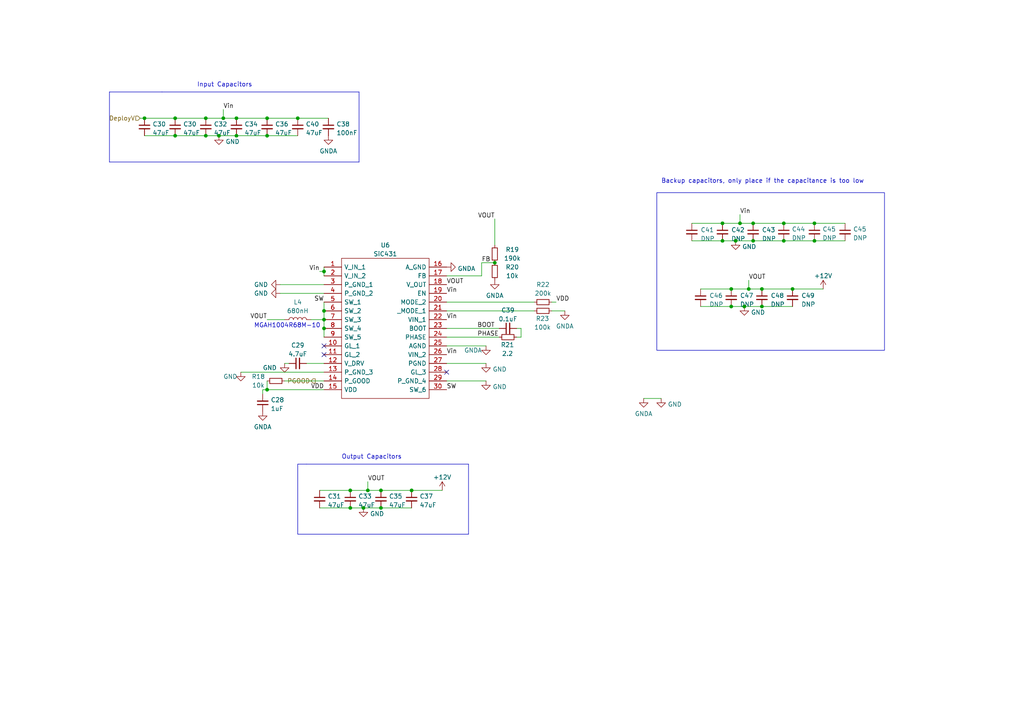
<source format=kicad_sch>
(kicad_sch (version 20230121) (generator eeschema)
  (paper "A4")
  (lib_symbols
    (symbol "Device:C_Small" (pin_numbers hide) (pin_names (offset 0.254) hide)
      (property "Reference" "C" (at 0.254 1.778 0))
      (property "Value" "C_Small" (at 0.254 -2.032 0))
      (symbol "C_Small_0_1"
        (polyline (pts (xy -1.524 -0.508) (xy 1.524 -0.508)) (stroke (width 0.3302)))
        (polyline (pts (xy -1.524 0.508) (xy 1.524 0.508)) (stroke (width 0.3048)))
      )
      (symbol "C_Small_1_1"
        (pin passive line (at 0 2.54 270) (length 2.032) (name "~") (number "1"))
        (pin passive line (at 0 -2.54 90) (length 2.032) (name "~") (number "2"))
      )
    )
    (symbol "Device:L" (pin_numbers hide) (pin_names (offset 1.016) hide)
      (property "Reference" "L" (at -1.27 0 90))
      (property "Value" "L" (at 1.905 0 90))
      (symbol "L_0_1"
        (arc (start 0 -2.54) (mid 0.6323 -1.905) (end 0 -1.27))
        (arc (start 0 -1.27) (mid 0.6323 -0.635) (end 0 0))
        (arc (start 0 0) (mid 0.6323 0.635) (end 0 1.27))
        (arc (start 0 1.27) (mid 0.6323 1.905) (end 0 2.54))
      )
      (symbol "L_1_1"
        (pin passive line (at 0 3.81 270) (length 1.27) (name "1") (number "1"))
        (pin passive line (at 0 -3.81 90) (length 1.27) (name "2") (number "2"))
      )
    )
    (symbol "Device:R_Small" (pin_numbers hide) (pin_names (offset 0.254) hide)
      (property "Reference" "R" (at 0.762 0.508 0))
      (property "Value" "R_Small" (at 0.762 -1.016 0))
      (symbol "R_Small_0_1"
        (rectangle (start -0.762 1.778) (end 0.762 -1.778) (stroke (width 0.2032)))
      )
      (symbol "R_Small_1_1"
        (pin passive line (at 0 2.54 270) (length 0.762) (name "~") (number "1"))
        (pin passive line (at 0 -2.54 90) (length 0.762) (name "~") (number "2"))
      )
    )
    (symbol "iclr:SiC437BED-T1-GE3" (pin_names (offset 0.762))
      (property "Reference" "IC" (at 31.75 7.62 0))
      (property "Value" "SiC437BED-T1-GE3" (at 31.75 5.08 0))
      (symbol "SiC437BED-T1-GE3_0_0"
        (pin passive line (at 0 0 0) (length 5.08) (name "V_IN_1") (number "1"))
        (pin passive line (at 0 -22.86 0) (length 5.08) (name "GL_1") (number "10"))
        (pin passive line (at 0 -25.4 0) (length 5.08) (name "GL_2") (number "11"))
        (pin passive line (at 0 -27.94 0) (length 5.08) (name "V_DRV") (number "12"))
        (pin passive line (at 0 -30.48 0) (length 5.08) (name "P_GND_3") (number "13"))
        (pin passive line (at 0 -33.02 0) (length 5.08) (name "P_GOOD") (number "14"))
        (pin passive line (at 0 -35.56 0) (length 5.08) (name "VDD") (number "15"))
        (pin passive line (at 35.56 0 180) (length 5.08) (name "A_GND") (number "16"))
        (pin passive line (at 35.56 -2.54 180) (length 5.08) (name "FB") (number "17"))
        (pin passive line (at 35.56 -5.08 180) (length 5.08) (name "V_OUT") (number "18"))
        (pin passive line (at 35.56 -7.62 180) (length 5.08) (name "EN") (number "19"))
        (pin passive line (at 0 -2.54 0) (length 5.08) (name "V_IN_2") (number "2"))
        (pin passive line (at 35.56 -10.16 180) (length 5.08) (name "MODE_2") (number "20"))
        (pin passive line (at 35.56 -12.7 180) (length 5.08) (name "_MODE_1") (number "21"))
        (pin passive line (at 35.56 -15.24 180) (length 5.08) (name "VIN_1") (number "22"))
        (pin passive line (at 35.56 -17.78 180) (length 5.08) (name "BOOT") (number "23"))
        (pin passive line (at 35.56 -20.32 180) (length 5.08) (name "PHASE") (number "24"))
        (pin passive line (at 35.56 -22.86 180) (length 5.08) (name "AGND") (number "25"))
        (pin passive line (at 35.56 -25.4 180) (length 5.08) (name "VIN_2") (number "26"))
        (pin passive line (at 35.56 -27.94 180) (length 5.08) (name "PGND") (number "27"))
        (pin passive line (at 35.56 -30.48 180) (length 5.08) (name "GL_3") (number "28"))
        (pin passive line (at 35.56 -33.02 180) (length 5.08) (name "P_GND_4") (number "29"))
        (pin passive line (at 0 -5.08 0) (length 5.08) (name "P_GND_1") (number "3"))
        (pin passive line (at 35.56 -35.56 180) (length 5.08) (name "SW_6") (number "30"))
        (pin passive line (at 0 -7.62 0) (length 5.08) (name "P_GND_2") (number "4"))
        (pin passive line (at 0 -10.16 0) (length 5.08) (name "SW_1") (number "5"))
        (pin passive line (at 0 -12.7 0) (length 5.08) (name "SW_2") (number "6"))
        (pin passive line (at 0 -15.24 0) (length 5.08) (name "SW_3") (number "7"))
        (pin passive line (at 0 -17.78 0) (length 5.08) (name "SW_4") (number "8"))
        (pin passive line (at 0 -20.32 0) (length 5.08) (name "SW_5") (number "9"))
      )
      (symbol "SiC437BED-T1-GE3_0_1"
        (polyline (pts (xy 5.08 2.54) (xy 30.48 2.54) (xy 30.48 -38.1) (xy 5.08 -38.1) (xy 5.08 2.54)) (stroke (width 0.1524)))
      )
    )
    (symbol "power:+12V" (power) (pin_names (offset 0))
      (property "Value" "+12V" (at 0 3.556 0))
      (symbol "+12V_0_1"
        (polyline (pts (xy -0.762 1.27) (xy 0 2.54)))
        (polyline (pts (xy 0 0) (xy 0 2.54)))
        (polyline (pts (xy 0 2.54) (xy 0.762 1.27)))
      )
      (symbol "+12V_1_1"
        (pin power_in line (at 0 0 90) (length 0) hide (name "+12V") (number "1"))
      )
    )
    (symbol "power:GND" (power) (pin_names (offset 0))
      (property "Value" "GND" (at 0 -3.81 0))
      (symbol "GND_0_1"
        (polyline (pts (xy 0 0) (xy 0 -1.27) (xy 1.27 -1.27) (xy 0 -2.54) (xy -1.27 -1.27) (xy 0 -1.27)))
      )
      (symbol "GND_1_1"
        (pin power_in line (at 0 0 270) (length 0) hide (name "GND") (number "1"))
      )
    )
    (symbol "power:GNDA" (power) (pin_names (offset 0))
      (property "Value" "GNDA" (at 0 -3.81 0))
      (symbol "GNDA_0_1"
        (polyline (pts (xy 0 0) (xy 0 -1.27) (xy 1.27 -1.27) (xy 0 -2.54) (xy -1.27 -1.27) (xy 0 -1.27)))
      )
      (symbol "GNDA_1_1"
        (pin power_in line (at 0 0 270) (length 0) hide (name "GNDA") (number "1"))
      )
    )
  )
  (junction (at 229.87 83.82))
  (junction (at 218.44 64.77))
  (junction (at 77.47 34.29))
  (junction (at 41.91 34.29))
  (junction (at 50.8 39.37))
  (junction (at 93.98 95.25))
  (junction (at 227.33 69.85))
  (junction (at 212.09 88.9))
  (junction (at 64.77 34.29))
  (junction (at 50.8 34.29))
  (junction (at 77.47 113.03))
  (junction (at 68.58 34.29))
  (junction (at 93.98 90.17))
  (junction (at 93.98 78.74))
  (junction (at 218.44 69.85))
  (junction (at 217.17 83.82))
  (junction (at 110.49 142.24))
  (junction (at 59.69 39.37))
  (junction (at 212.09 83.82))
  (junction (at 214.63 64.77))
  (junction (at 105.41 147.32))
  (junction (at 110.49 147.32))
  (junction (at 63.5 39.37))
  (junction (at 213.36 69.85))
  (junction (at 227.33 64.77))
  (junction (at 101.6 142.24))
  (junction (at 215.9 88.9))
  (junction (at 106.68 142.24))
  (junction (at 93.98 92.71))
  (junction (at 59.69 34.29))
  (junction (at 119.38 142.24))
  (junction (at 236.22 69.85))
  (junction (at 68.58 39.37))
  (junction (at 236.22 64.77))
  (junction (at 220.98 88.9))
  (junction (at 220.98 83.82))
  (junction (at 143.51 76.2))
  (junction (at 86.36 34.29))
  (junction (at 209.55 64.77))
  (junction (at 77.47 39.37))
  (junction (at 101.6 147.32))
  (junction (at 209.55 69.85))
  (no_connect (at 93.98 102.87))
  (no_connect (at 93.98 100.33))
  (no_connect (at 129.54 107.95))
  (wire (pts (xy 151.13 97.79) (xy 149.86 97.79)))
  (polyline (pts (xy 135.89 134.62) (xy 135.89 154.94)))
  (wire (pts (xy 63.5 39.37) (xy 68.58 39.37)))
  (wire (pts (xy 154.94 87.63) (xy 129.54 87.63)))
  (wire (pts (xy 93.98 78.74) (xy 93.98 80.01)))
  (wire (pts (xy 88.9 105.41) (xy 93.98 105.41)))
  (wire (pts (xy 227.33 69.85) (xy 236.22 69.85)))
  (wire (pts (xy 82.55 105.41) (xy 83.82 105.41)))
  (wire (pts (xy 236.22 69.85) (xy 245.11 69.85)))
  (wire (pts (xy 93.98 87.63) (xy 93.98 90.17)))
  (polyline (pts (xy 86.36 134.62) (xy 88.9 134.62)))
  (wire (pts (xy 218.44 64.77) (xy 227.33 64.77)))
  (wire (pts (xy 101.6 142.24) (xy 106.68 142.24)))
  (wire (pts (xy 92.71 78.74) (xy 93.98 78.74)))
  (wire (pts (xy 77.47 39.37) (xy 86.36 39.37)))
  (wire (pts (xy 106.68 139.7) (xy 106.68 142.24)))
  (polyline (pts (xy 104.14 46.99) (xy 31.75 46.99)))
  (wire (pts (xy 217.17 81.28) (xy 217.17 83.82)))
  (polyline (pts (xy 86.36 154.94) (xy 86.36 134.62)))
  (wire (pts (xy 203.2 83.82) (xy 212.09 83.82)))
  (wire (pts (xy 129.54 97.79) (xy 144.78 97.79)))
  (wire (pts (xy 76.2 113.03) (xy 76.2 114.3)))
  (wire (pts (xy 236.22 64.77) (xy 245.11 64.77)))
  (wire (pts (xy 151.13 95.25) (xy 149.86 95.25)))
  (wire (pts (xy 140.97 105.41) (xy 129.54 105.41)))
  (wire (pts (xy 160.02 90.17) (xy 163.83 90.17)))
  (wire (pts (xy 214.63 62.23) (xy 214.63 64.77)))
  (wire (pts (xy 86.36 34.29) (xy 95.25 34.29)))
  (wire (pts (xy 41.91 39.37) (xy 50.8 39.37)))
  (wire (pts (xy 200.66 69.85) (xy 209.55 69.85)))
  (wire (pts (xy 143.51 63.5) (xy 143.51 71.12)))
  (wire (pts (xy 154.94 90.17) (xy 129.54 90.17)))
  (wire (pts (xy 77.47 92.71) (xy 82.55 92.71)))
  (polyline (pts (xy 31.75 26.67) (xy 46.99 26.67)))
  (wire (pts (xy 212.09 88.9) (xy 215.9 88.9)))
  (wire (pts (xy 129.54 80.01) (xy 139.7 80.01)))
  (wire (pts (xy 101.6 147.32) (xy 105.41 147.32)))
  (wire (pts (xy 227.33 64.77) (xy 236.22 64.77)))
  (wire (pts (xy 41.91 34.29) (xy 50.8 34.29)))
  (wire (pts (xy 186.69 115.57) (xy 191.77 115.57)))
  (polyline (pts (xy 88.9 134.62) (xy 135.89 134.62)))
  (wire (pts (xy 139.7 76.2) (xy 139.7 80.01)))
  (wire (pts (xy 215.9 88.9) (xy 220.98 88.9)))
  (polyline (pts (xy 104.14 26.67) (xy 104.14 46.99)))
  (wire (pts (xy 105.41 147.32) (xy 110.49 147.32)))
  (wire (pts (xy 93.98 95.25) (xy 93.98 97.79)))
  (wire (pts (xy 214.63 64.77) (xy 218.44 64.77)))
  (wire (pts (xy 93.98 90.17) (xy 93.98 92.71)))
  (wire (pts (xy 139.7 76.2) (xy 143.51 76.2)))
  (wire (pts (xy 217.17 83.82) (xy 220.98 83.82)))
  (wire (pts (xy 218.44 69.85) (xy 227.33 69.85)))
  (wire (pts (xy 203.2 88.9) (xy 212.09 88.9)))
  (wire (pts (xy 77.47 34.29) (xy 86.36 34.29)))
  (wire (pts (xy 110.49 142.24) (xy 119.38 142.24)))
  (wire (pts (xy 220.98 88.9) (xy 229.87 88.9)))
  (wire (pts (xy 64.77 34.29) (xy 68.58 34.29)))
  (wire (pts (xy 93.98 92.71) (xy 93.98 95.25)))
  (wire (pts (xy 90.17 92.71) (xy 93.98 92.71)))
  (wire (pts (xy 50.8 34.29) (xy 59.69 34.29)))
  (polyline (pts (xy 31.75 46.99) (xy 31.75 26.67)))
  (wire (pts (xy 68.58 34.29) (xy 77.47 34.29)))
  (wire (pts (xy 69.85 107.95) (xy 93.98 107.95)))
  (polyline (pts (xy 46.99 26.67) (xy 104.14 26.67)))
  (wire (pts (xy 229.87 83.82) (xy 238.76 83.82)))
  (wire (pts (xy 106.68 142.24) (xy 110.49 142.24)))
  (wire (pts (xy 140.97 110.49) (xy 129.54 110.49)))
  (wire (pts (xy 81.28 82.55) (xy 93.98 82.55)))
  (wire (pts (xy 92.71 142.24) (xy 101.6 142.24)))
  (wire (pts (xy 220.98 83.82) (xy 229.87 83.82)))
  (wire (pts (xy 93.98 77.47) (xy 93.98 78.74)))
  (wire (pts (xy 110.49 147.32) (xy 119.38 147.32)))
  (polyline (pts (xy 135.89 154.94) (xy 86.36 154.94)))
  (wire (pts (xy 160.02 87.63) (xy 161.29 87.63)))
  (wire (pts (xy 77.47 113.03) (xy 93.98 113.03)))
  (wire (pts (xy 92.71 147.32) (xy 101.6 147.32)))
  (wire (pts (xy 59.69 39.37) (xy 63.5 39.37)))
  (wire (pts (xy 129.54 95.25) (xy 144.78 95.25)))
  (wire (pts (xy 151.13 95.25) (xy 151.13 97.79)))
  (wire (pts (xy 209.55 69.85) (xy 213.36 69.85)))
  (wire (pts (xy 64.77 31.75) (xy 64.77 34.29)))
  (wire (pts (xy 77.47 113.03) (xy 76.2 113.03)))
  (wire (pts (xy 68.58 39.37) (xy 77.47 39.37)))
  (wire (pts (xy 59.69 34.29) (xy 64.77 34.29)))
  (wire (pts (xy 119.38 142.24) (xy 128.27 142.24)))
  (wire (pts (xy 50.8 39.37) (xy 59.69 39.37)))
  (wire (pts (xy 213.36 69.85) (xy 218.44 69.85)))
  (wire (pts (xy 140.97 100.33) (xy 129.54 100.33)))
  (wire (pts (xy 81.28 85.09) (xy 93.98 85.09)))
  (wire (pts (xy 212.09 83.82) (xy 217.17 83.82)))
  (wire (pts (xy 77.47 110.49) (xy 77.47 113.03)))
  (wire (pts (xy 40.64 34.29) (xy 41.91 34.29)))
  (wire (pts (xy 209.55 64.77) (xy 214.63 64.77)))
  (wire (pts (xy 200.66 64.77) (xy 209.55 64.77)))
  (wire (pts (xy 82.55 110.49) (xy 93.98 110.49)))
  (rectangle (start 190.5 55.88) (end 256.54 101.6))
  (text "Input Capacitors\n" (at 57.15 25.4 0) (effects (font (size 1.27 1.27)) (justify left bottom)))
  (text "MGAH1004R68M-10" (at 73.66 95.25 0) (effects (font (size 1.27 1.27)) (justify left bottom)))
  (text "Output Capacitors\n" (at 99.06 133.35 0) (effects (font (size 1.27 1.27)) (justify left bottom)))
  (text "Backup capacitors, only place if the capacitance is too low\n" (at 191.77 53.34 0) (effects (font (size 1.27 1.27)) (justify left bottom)))
  (label "Vin" (at 64.77 31.75 0))
  (label "VDD" (at 93.98 113.03 180))
  (label "BOOT" (at 143.51 95.25 180))
  (label "FB" (at 139.7 76.2 0))
  (label "Vin" (at 92.71 78.74 180))
  (label "SW" (at 93.98 87.63 180))
  (label "Vin" (at 129.54 85.09 0))
  (label "Vin" (at 129.54 102.87 0))
  (label "SW" (at 129.54 113.03 0))
  (label "VDD" (at 161.29 87.63 0))
  (label "PHASE" (at 138.43 97.79 0))
  (label "VOUT" (at 77.47 92.71 180))
  (label "VOUT" (at 143.51 63.5 180))
  (label "Vin" (at 214.63 62.23 0))
  (label "Vin" (at 129.54 92.71 0))
  (label "VOUT" (at 129.54 82.55 0))
  (label "VOUT" (at 106.68 139.7 0))
  (label "VOUT" (at 217.17 81.28 0))
  (hierarchical_label "DeployV" (shape input) (at 40.64 34.29 180))
  (hierarchical_label "PGOOD" (shape output) (at 91.44 110.49 180))
  (symbol (lib_id "Device:C_Small") (at 95.25 36.83 0) (unit 1)
    (property "Reference" "C38" (at 97.5741 36.0016 0) (effects (justify left)))
    (property "Value" "100nF" (at 97.5741 38.5385 0) (effects (justify left)))
    (property "Footprint" "Capacitor_SMD:C_0402_1005Metric" (effects hide))
    (instances (project "buckC" (path "" (reference "C38") (unit 1))) (project "flintandsteel" (path "" (reference "C37") (unit 1))))
  )
  (symbol (lib_id "Device:C_Small") (at 203.2 86.36 0) (unit 1)
    (property "Reference" "C46" (at 205.74 85.7313 0) (effects (justify left)))
    (property "Value" "DNP" (at 205.74 88.2713 0) (effects (justify left)))
    (property "Footprint" "Capacitor_SMD:C_1206_3216Metric" (effects hide))
    (instances (project "buckC" (path "" (reference "C46") (unit 1))) (project "flintandsteel" (path "" (reference "C43") (unit 1))))
  )
  (symbol (lib_id "power:GND") (at 140.97 105.41 0) (unit 1)
    (property "Reference" "#PWR069" (effects hide))
    (property "Value" "GND" (at 142.875 107.1138 0) (effects (justify left)))
    (instances (project "buckC" (path "" (reference "#PWR069") (unit 1))) (project "flintandsteel" (path "" (reference "#PWR077") (unit 1))))
  )
  (symbol (lib_id "Device:C_Small") (at 212.09 86.36 0) (unit 1)
    (property "Reference" "C47" (at 214.63 85.7313 0) (effects (justify left)))
    (property "Value" "DNP" (at 214.63 88.2713 0) (effects (justify left)))
    (property "Footprint" "Capacitor_SMD:C_1206_3216Metric" (effects hide))
    (instances (project "buckC" (path "" (reference "C47") (unit 1))) (project "flintandsteel" (path "" (reference "C45") (unit 1))))
  )
  (symbol (lib_id "power:GND") (at 215.9 88.9 0) (unit 1)
    (property "Reference" "#PWR077" (effects hide))
    (property "Value" "GND" (at 217.805 90.6038 0) (effects (justify left)))
    (instances (project "buckC" (path "" (reference "#PWR077") (unit 1))) (project "flintandsteel" (path "" (reference "#PWR085") (unit 1))))
  )
  (symbol (lib_id "power:GNDA") (at 95.25 39.37 0) (unit 1)
    (property "Reference" "#PWR065" (effects hide))
    (property "Value" "GNDA" (at 95.25 43.8134 0))
    (instances (project "buckC" (path "" (reference "#PWR065") (unit 1))) (project "flintandsteel" (path "" (reference "#PWR072") (unit 1))))
  )
  (symbol (lib_id "Device:C_Small") (at 229.87 86.36 0) (unit 1)
    (property "Reference" "C49" (at 232.41 85.7313 0) (effects (justify left)))
    (property "Value" "DNP" (at 232.41 88.2713 0) (effects (justify left)))
    (property "Footprint" "Capacitor_SMD:C_1206_3216Metric" (effects hide))
  )
  (symbol (lib_id "power:GND") (at 81.28 85.09 270) (unit 1)
    (property "Reference" "#PWR060" (effects hide))
    (property "Value" "GND" (at 73.66 85.09 90) (effects (justify left)))
    (instances (project "buckC" (path "" (reference "#PWR060") (unit 1))) (project "flintandsteel" (path "" (reference "#PWR070") (unit 1))))
  )
  (symbol (lib_id "power:GND") (at 81.28 82.55 270) (unit 1)
    (property "Reference" "#PWR059" (effects hide))
    (property "Value" "GND" (at 73.66 82.55 90) (effects (justify left)))
    (instances (project "buckC" (path "" (reference "#PWR059") (unit 1))) (project "flintandsteel" (path "" (reference "#PWR069") (unit 1))))
  )
  (symbol (lib_id "Device:C_Small") (at 147.32 95.25 90) (unit 1)
    (property "Reference" "C39" (at 147.3263 89.9881 90))
    (property "Value" "0.1uF" (at 147.3263 92.525 90))
    (property "Footprint" "Capacitor_SMD:C_0402_1005Metric" (effects hide))
    (instances (project "buckC" (path "" (reference "C39") (unit 1))) (project "flintandsteel" (path "" (reference "C41") (unit 1))))
  )
  (symbol (lib_id "Device:C_Small") (at 220.98 86.36 0) (unit 1)
    (property "Reference" "C48" (at 223.52 85.7313 0) (effects (justify left)))
    (property "Value" "DNP" (at 223.52 88.2713 0) (effects (justify left)))
    (property "Footprint" "Capacitor_SMD:C_1206_3216Metric" (effects hide))
    (instances (project "buckC" (path "" (reference "C48") (unit 1))) (project "flintandsteel" (path "" (reference "C47") (unit 1))))
  )
  (symbol (lib_id "Device:C_Small") (at 50.8 36.83 0) (unit 1)
    (property "Reference" "C30" (at 53.1241 36.0016 0) (effects (justify left)))
    (property "Value" "47uF" (at 53.1241 38.5385 0) (effects (justify left)))
    (property "Footprint" "Capacitor_SMD:C_1206_3216Metric" (effects hide))
    (instances (project "buckC" (path "" (reference "C30") (unit 1))) (project "flintandsteel" (path "" (reference "C29") (unit 1))))
  )
  (symbol (lib_id "Device:C_Small") (at 68.58 36.83 0) (unit 1)
    (property "Reference" "C34" (at 70.9041 36.0016 0) (effects (justify left)))
    (property "Value" "47uF" (at 70.9041 38.5385 0) (effects (justify left)))
    (property "Footprint" "Capacitor_SMD:C_1206_3216Metric" (effects hide))
    (instances (project "buckC" (path "" (reference "C34") (unit 1))) (project "flintandsteel" (path "" (reference "C31") (unit 1))))
  )
  (symbol (lib_id "power:GND") (at 191.77 115.57 0) (unit 1)
    (property "Reference" "#PWR073" (effects hide))
    (property "Value" "GND" (at 193.675 117.2738 0) (effects (justify left)))
    (instances (project "buckC" (path "" (reference "#PWR073") (unit 1))) (project "flintandsteel" (path "" (reference "#PWR082") (unit 1))))
  )
  (symbol (lib_id "Device:C_Small") (at 101.6 144.78 0) (unit 1)
    (property "Reference" "C33" (at 103.9241 143.9516 0) (effects (justify left)))
    (property "Value" "47uF" (at 103.9241 146.4885 0) (effects (justify left)))
    (property "Footprint" "Capacitor_SMD:C_1206_3216Metric" (effects hide))
    (instances (project "buckC" (path "" (reference "C33") (unit 1))) (project "flintandsteel" (path "" (reference "C38") (unit 1))))
  )
  (symbol (lib_id "Device:C_Small") (at 209.55 67.31 0) (unit 1)
    (property "Reference" "C42" (at 212.09 66.6813 0) (effects (justify left)))
    (property "Value" "DNP" (at 212.09 69.2213 0) (effects (justify left)))
    (property "Footprint" "Capacitor_SMD:C_1206_3216Metric" (effects hide))
    (instances (project "buckC" (path "" (reference "C42") (unit 1))) (project "flintandsteel" (path "" (reference "C44") (unit 1))))
  )
  (symbol (lib_id "Device:C_Small") (at 92.71 144.78 0) (unit 1)
    (property "Reference" "C31" (at 95.0341 143.9516 0) (effects (justify left)))
    (property "Value" "47uF" (at 95.0341 146.4885 0) (effects (justify left)))
    (property "Footprint" "Capacitor_SMD:C_1206_3216Metric" (effects hide))
    (instances (project "buckC" (path "" (reference "C31") (unit 1))) (project "flintandsteel" (path "" (reference "C36") (unit 1))))
  )
  (symbol (lib_id "power:GND") (at 105.41 147.32 0) (unit 1)
    (property "Reference" "#PWR064" (effects hide))
    (property "Value" "GND" (at 107.315 149.0238 0) (effects (justify left)))
    (instances (project "buckC" (path "" (reference "#PWR064") (unit 1))) (project "flintandsteel" (path "" (reference "#PWR073") (unit 1))))
  )
  (symbol (lib_id "Device:C_Small") (at 41.91 36.83 0) (unit 1)
    (property "Reference" "C30" (at 44.2341 36.0016 0) (effects (justify left)))
    (property "Value" "47uF" (at 44.2341 38.5385 0) (effects (justify left)))
    (property "Footprint" "Capacitor_SMD:C_1206_3216Metric" (effects hide))
    (instances (project "buckC" (path "" (reference "C30") (unit 1))) (project "flintandsteel" (path "" (reference "C28") (unit 1))))
  )
  (symbol (lib_id "Device:R_Small") (at 157.48 90.17 90) (unit 1)
    (property "Reference" "R23" (at 157.3545 92.402 90))
    (property "Value" "100k" (at 157.3545 94.9389 90))
    (property "Footprint" "Capacitor_SMD:C_0402_1005Metric" (effects hide))
    (instances (project "buckC" (path "" (reference "R23") (unit 1))) (project "flintandsteel" (path "" (reference "R35") (unit 1))))
  )
  (symbol (lib_id "power:GNDA") (at 163.83 90.17 0) (unit 1)
    (property "Reference" "#PWR080" (effects hide))
    (property "Value" "GNDA" (at 163.83 94.6134 0))
  )
  (symbol (lib_id "power:GNDA") (at 76.2 119.38 0) (unit 1)
    (property "Reference" "#PWR058" (effects hide))
    (property "Value" "GNDA" (at 76.2 123.8234 0))
    (instances (project "buckC" (path "" (reference "#PWR058") (unit 1))) (project "flintandsteel" (path "" (reference "#PWR068") (unit 1))))
  )
  (symbol (lib_id "Device:R_Small") (at 143.51 73.66 180) (unit 1)
    (property "Reference" "R19" (at 148.59 72.39 0))
    (property "Value" "190k" (at 148.59 74.9269 0))
    (property "Footprint" "Capacitor_SMD:C_0402_1005Metric" (effects hide))
    (instances (project "buckC" (path "" (reference "R19") (unit 1))) (project "flintandsteel" (path "" (reference "R31") (unit 1))))
  )
  (symbol (lib_id "Device:C_Small") (at 200.66 67.31 0) (unit 1)
    (property "Reference" "C41" (at 203.2 66.6813 0) (effects (justify left)))
    (property "Value" "DNP" (at 203.2 69.2213 0) (effects (justify left)))
    (property "Footprint" "Capacitor_SMD:C_1206_3216Metric" (effects hide))
    (instances (project "buckC" (path "" (reference "C41") (unit 1))) (project "flintandsteel" (path "" (reference "C42") (unit 1))))
  )
  (symbol (lib_id "Device:C_Small") (at 76.2 116.84 180) (unit 1)
    (property "Reference" "C28" (at 78.5241 115.9989 0) (effects (justify right)))
    (property "Value" "1uF" (at 78.5241 118.5358 0) (effects (justify right)))
    (property "Footprint" "Capacitor_SMD:C_0402_1005Metric" (effects hide))
    (instances (project "buckC" (path "" (reference "C28") (unit 1))) (project "flintandsteel" (path "" (reference "C32") (unit 1))))
  )
  (symbol (lib_id "power:GNDA") (at 140.97 100.33 0) (unit 1)
    (property "Reference" "#PWR068" (effects hide))
    (property "Value" "GNDA" (at 134.62 101.6 0) (effects (justify left)))
    (instances (project "buckC" (path "" (reference "#PWR068") (unit 1))) (project "flintandsteel" (path "" (reference "#PWR076") (unit 1))))
  )
  (symbol (lib_id "Device:R_Small") (at 147.32 97.79 90) (unit 1)
    (property "Reference" "R21" (at 147.1945 100.022 90))
    (property "Value" "2.2" (at 147.1945 102.5589 90))
    (property "Footprint" "Capacitor_SMD:C_0603_1608Metric" (effects hide))
    (instances (project "buckC" (path "" (reference "R21") (unit 1))) (project "flintandsteel" (path "" (reference "R33") (unit 1))))
  )
  (symbol (lib_id "iclr:SiC437BED-T1-GE3") (at 93.98 77.47 0) (unit 1)
    (property "Reference" "U6" (at 111.76 71.12 0))
    (property "Value" "SiC431" (at 111.76 73.66 0))
    (property "Footprint" "iclr:SiC437BEDT1GE3" (effects hide))
    (property "Datasheet" "https://componentsearchengine.com/Datasheets/1/SiC437BED-T1-GE3.pdf" (effects hide))
    (property "Description" "Switching Voltage Regulators 3-28V 12A 50uA microBUCK MLP44-24" (effects hide))
    (property "Height" "0.8" (effects hide))
    (property "Manufacturer_Name" "Vishay" (effects hide))
    (property "Manufacturer_Part_Number" "SiC437BED-T1-GE3" (effects hide))
    (property "Mouser Part Number" "78-SIC437BED-T1-GE3" (effects hide))
    (property "Mouser Price/Stock" "https://www.mouser.co.uk/ProductDetail/Vishay-Siliconix/SiC437BED-T1-GE3?qs=chTDxNqvsyntp1SKlnHzGA%3D%3D" (effects hide))
    (property "Arrow Part Number" "SIC437BED-T1-GE3" (effects hide))
    (property "Arrow Price/Stock" "https://www.arrow.com/en/products/sic437bed-t1-ge3/vishay" (effects hide))
    (instances (project "buckC" (path "" (reference "U6") (unit 1))) (project "flintandsteel" (path "" (reference "U7") (unit 1))))
  )
  (symbol (lib_id "power:GNDA") (at 186.69 115.57 0) (unit 1)
    (property "Reference" "#PWR072" (effects hide))
    (property "Value" "GNDA" (at 186.69 120.0134 0))
    (instances (project "buckC" (path "" (reference "#PWR072") (unit 1))) (project "flintandsteel" (path "" (reference "#PWR081") (unit 1))))
  )
  (symbol (lib_id "Device:R_Small") (at 157.48 87.63 90) (unit 1)
    (property "Reference" "R22" (at 157.48 82.55 90))
    (property "Value" "200k" (at 157.48 85.0869 90))
    (property "Footprint" "Capacitor_SMD:C_0402_1005Metric" (effects hide))
    (instances (project "buckC" (path "" (reference "R22") (unit 1))) (project "flintandsteel" (path "" (reference "R34") (unit 1))))
  )
  (symbol (lib_id "Device:C_Small") (at 86.36 105.41 90) (unit 1)
    (property "Reference" "C29" (at 86.3663 100.1481 90))
    (property "Value" "4.7uF" (at 86.3663 102.685 90))
    (property "Footprint" "Capacitor_SMD:C_0402_1005Metric" (effects hide))
    (instances (project "buckC" (path "" (reference "C29") (unit 1))) (project "flintandsteel" (path "" (reference "C35") (unit 1))))
  )
  (symbol (lib_id "Device:C_Small") (at 77.47 36.83 0) (unit 1)
    (property "Reference" "C36" (at 79.7941 36.0016 0) (effects (justify left)))
    (property "Value" "47uF" (at 79.7941 38.5385 0) (effects (justify left)))
    (property "Footprint" "Capacitor_SMD:C_1206_3216Metric" (effects hide))
    (instances (project "buckC" (path "" (reference "C36") (unit 1))) (project "flintandsteel" (path "" (reference "C33") (unit 1))))
  )
  (symbol (lib_id "Device:R_Small") (at 143.51 78.74 180) (unit 1)
    (property "Reference" "R20" (at 148.59 77.4731 0))
    (property "Value" "10k" (at 148.59 80.01 0))
    (property "Footprint" "Capacitor_SMD:C_0402_1005Metric" (effects hide))
    (instances (project "buckC" (path "" (reference "R20") (unit 1))) (project "flintandsteel" (path "" (reference "R32") (unit 1))))
  )
  (symbol (lib_id "Device:C_Small") (at 119.38 144.78 0) (unit 1)
    (property "Reference" "C37" (at 121.7041 143.9516 0) (effects (justify left)))
    (property "Value" "47uF" (at 121.7041 146.4885 0) (effects (justify left)))
    (property "Footprint" "Capacitor_SMD:C_1206_3216Metric" (effects hide))
    (instances (project "buckC" (path "" (reference "C37") (unit 1))) (project "flintandsteel" (path "" (reference "C40") (unit 1))))
  )
  (symbol (lib_id "Device:R_Small") (at 80.01 110.49 90) (unit 1)
    (property "Reference" "R18" (at 74.93 109.22 90))
    (property "Value" "10k" (at 74.93 111.7569 90))
    (property "Footprint" "Capacitor_SMD:C_0402_1005Metric" (effects hide))
    (instances (project "buckC" (path "" (reference "R18") (unit 1))) (project "flintandsteel" (path "" (reference "R30") (unit 1))))
  )
  (symbol (lib_id "Device:C_Small") (at 245.11 67.31 0) (unit 1)
    (property "Reference" "C45" (at 247.4341 66.4816 0) (effects (justify left)))
    (property "Value" "DNP" (at 247.4341 69.0185 0) (effects (justify left)))
    (property "Footprint" "Capacitor_SMD:C_1206_3216Metric" (effects hide))
    (instances (project "buckC" (path "" (reference "C45") (unit 1))) (project "flintandsteel" (path "" (reference "C51") (unit 1))))
  )
  (symbol (lib_id "Device:C_Small") (at 110.49 144.78 0) (unit 1)
    (property "Reference" "C35" (at 112.8141 143.9516 0) (effects (justify left)))
    (property "Value" "47uF" (at 112.8141 146.4885 0) (effects (justify left)))
    (property "Footprint" "Capacitor_SMD:C_1206_3216Metric" (effects hide))
    (instances (project "buckC" (path "" (reference "C35") (unit 1))) (project "flintandsteel" (path "" (reference "C39") (unit 1))))
  )
  (symbol (lib_id "power:GND") (at 63.5 39.37 0) (unit 1)
    (property "Reference" "#PWR063" (effects hide))
    (property "Value" "GND" (at 65.405 41.0738 0) (effects (justify left)))
    (instances (project "buckC" (path "" (reference "#PWR063") (unit 1))) (project "flintandsteel" (path "" (reference "#PWR016") (unit 1))))
  )
  (symbol (lib_id "Device:C_Small") (at 227.33 67.31 0) (unit 1)
    (property "Reference" "C44" (at 229.6541 66.4816 0) (effects (justify left)))
    (property "Value" "DNP" (at 229.6541 69.0185 0) (effects (justify left)))
    (property "Footprint" "Capacitor_SMD:C_1206_3216Metric" (effects hide))
    (instances (project "buckC" (path "" (reference "C44") (unit 1))) (project "flintandsteel" (path "" (reference "C48") (unit 1))))
  )
  (symbol (lib_id "Device:C_Small") (at 59.69 36.83 0) (unit 1)
    (property "Reference" "C32" (at 62.0141 36.0016 0) (effects (justify left)))
    (property "Value" "47uF" (at 62.0141 38.5385 0) (effects (justify left)))
    (property "Footprint" "Capacitor_SMD:C_1206_3216Metric" (effects hide))
    (instances (project "buckC" (path "" (reference "C32") (unit 1))) (project "flintandsteel" (path "" (reference "C30") (unit 1))))
  )
  (symbol (lib_id "power:GNDA") (at 143.51 81.28 0) (unit 1)
    (property "Reference" "#PWR071" (effects hide))
    (property "Value" "GNDA" (at 143.51 85.7234 0))
    (instances (project "buckC" (path "" (reference "#PWR071") (unit 1))) (project "flintandsteel" (path "" (reference "#PWR079") (unit 1))))
  )
  (symbol (lib_id "power:GND") (at 213.36 69.85 0) (unit 1)
    (property "Reference" "#PWR076" (effects hide))
    (property "Value" "GND" (at 215.265 71.5538 0) (effects (justify left)))
    (instances (project "buckC" (path "" (reference "#PWR076") (unit 1))) (project "flintandsteel" (path "" (reference "#PWR084") (unit 1))))
  )
  (symbol (lib_id "Device:C_Small") (at 86.36 36.83 0) (unit 1)
    (property "Reference" "C40" (at 88.6841 36.0016 0) (effects (justify left)))
    (property "Value" "47uF" (at 88.6841 38.5385 0) (effects (justify left)))
    (property "Footprint" "Capacitor_SMD:C_1206_3216Metric" (effects hide))
    (instances (project "buckC" (path "" (reference "C40") (unit 1))) (project "flintandsteel" (path "" (reference "C34") (unit 1))))
  )
  (symbol (lib_id "power:GND") (at 69.85 107.95 0) (unit 1)
    (property "Reference" "#PWR057" (effects hide))
    (property "Value" "GND" (at 64.77 109.22 0) (effects (justify left)))
    (instances (project "buckC" (path "" (reference "#PWR057") (unit 1))) (project "flintandsteel" (path "" (reference "#PWR066") (unit 1))))
  )
  (symbol (lib_id "power:GNDA") (at 129.54 77.47 90) (unit 1)
    (property "Reference" "#PWR067" (effects hide))
    (property "Value" "GNDA" (at 132.715 77.9038 90) (effects (justify right)))
    (instances (project "buckC" (path "" (reference "#PWR067") (unit 1))) (project "flintandsteel" (path "" (reference "#PWR075") (unit 1))))
  )
  (symbol (lib_id "power:+12V") (at 238.76 83.82 0) (unit 1)
    (property "Reference" "#PWR086" (effects hide))
    (property "Value" "+12V" (at 238.76 80.01 0))
  )
  (symbol (lib_id "power:+12V") (at 128.27 142.24 0) (unit 1)
    (property "Reference" "#PWR074" (effects hide))
    (property "Value" "+12V" (at 128.27 138.43 0))
  )
  (symbol (lib_id "power:GND") (at 140.97 110.49 0) (unit 1)
    (property "Reference" "#PWR070" (effects hide))
    (property "Value" "GND" (at 142.875 112.1938 0) (effects (justify left)))
    (instances (project "buckC" (path "" (reference "#PWR070") (unit 1))) (project "flintandsteel" (path "" (reference "#PWR078") (unit 1))))
  )
  (symbol (lib_id "Device:C_Small") (at 218.44 67.31 0) (unit 1)
    (property "Reference" "C43" (at 220.98 66.6813 0) (effects (justify left)))
    (property "Value" "DNP" (at 220.98 69.2213 0) (effects (justify left)))
    (property "Footprint" "Capacitor_SMD:C_1206_3216Metric" (effects hide))
    (instances (project "buckC" (path "" (reference "C43") (unit 1))) (project "flintandsteel" (path "" (reference "C46") (unit 1))))
  )
  (symbol (lib_id "Device:C_Small") (at 236.22 67.31 0) (unit 1)
    (property "Reference" "C45" (at 238.5441 66.4816 0) (effects (justify left)))
    (property "Value" "DNP" (at 238.5441 69.0185 0) (effects (justify left)))
    (property "Footprint" "Capacitor_SMD:C_1206_3216Metric" (effects hide))
    (instances (project "buckC" (path "" (reference "C45") (unit 1))) (project "flintandsteel" (path "" (reference "C50") (unit 1))))
  )
  (symbol (lib_id "power:GND") (at 82.55 105.41 0) (unit 1)
    (property "Reference" "#PWR061" (effects hide))
    (property "Value" "GND" (at 76.2 106.68 0) (effects (justify left)))
    (instances (project "buckC" (path "" (reference "#PWR061") (unit 1))) (project "flintandsteel" (path "" (reference "#PWR071") (unit 1))))
  )
  (symbol (lib_id "Device:L") (at 86.36 92.71 90) (unit 1)
    (property "Reference" "L4" (at 86.36 87.63 90))
    (property "Value" "680nH" (at 86.36 90.17 90))
    (property "Footprint" "iclr:MGAH1004R68M-10" (effects hide))
  )
)
</source>
